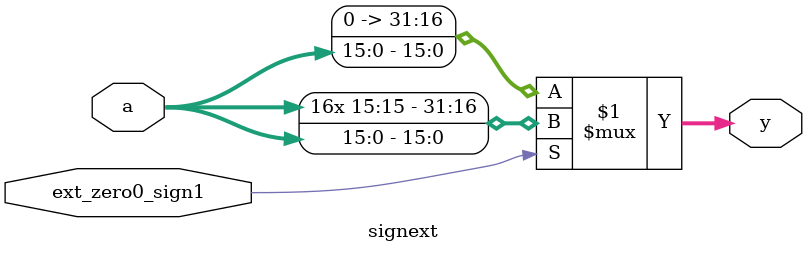
<source format=v>
module signext (
		input  wire        ext_zero0_sign1,
        input  wire [15:0] a,
        output wire [31:0] y
    );

    assign y = ext_zero0_sign1 ? {{16{a[15]}}, a} : {{16{1'b0}}, a};
    
endmodule

</source>
